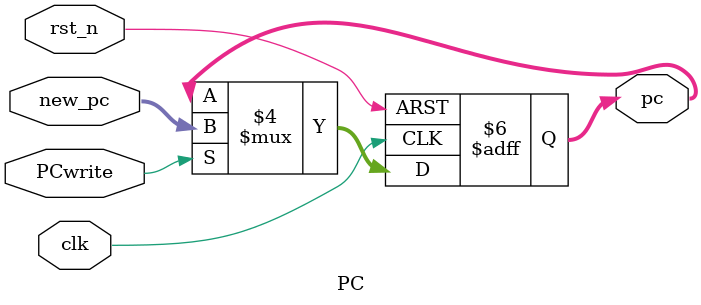
<source format=v>
`timescale 1ns / 1ps
module PC(
	input clk,
	input rst_n,
	input [31:0] new_pc,
	input PCwrite,
	output reg [31:0] pc
    );
	 always @ (negedge clk or negedge rst_n)
	 begin
			if(~rst_n)pc <= 32'h0;
			else if(PCwrite)pc <= new_pc;
			else pc <= pc;
	 end
endmodule

</source>
